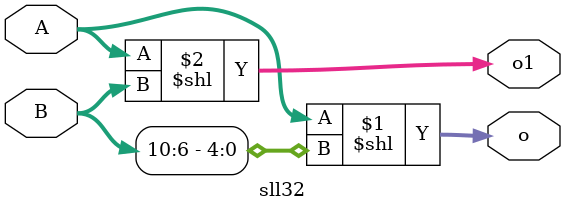
<source format=v>
`timescale 1ns / 1ps
module sll32(
input wire[31:0] A,
input wire[31:0] B,
output wire[31:0] o,
output wire[31:0] o1
    );

assign o = A[31:0] << B[10:6];
assign o1 = A[31:0] << B[31:0];

endmodule

</source>
